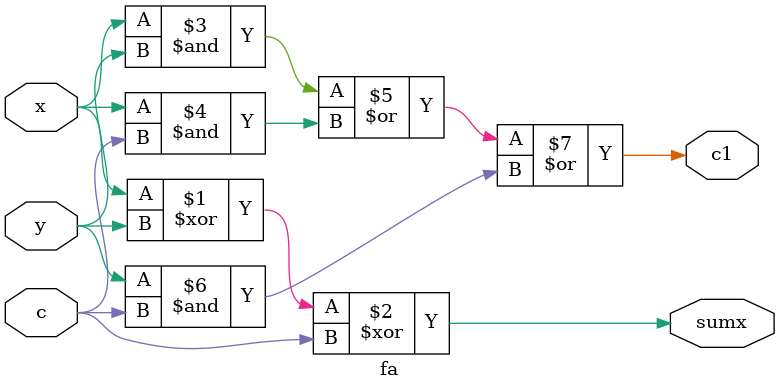
<source format=v>
module top_module( 
    input [99:0] a, b,
    input cin,
    output [99:0] cout,
    output [99:0] sum 
);
    wire [99:0] carry;
    fa fa0 (
        .x(a[0]), .y(b[0]), .c(cin),
        .sumx(sum[0]), .c1(carry[0])
    );
    genvar i;
    generate
        for(i=1; i<100; i=i+1) begin : gen_fa
            fa fa_i (
                .x(a[i]), .y(b[i]), .c(carry[i-1]),
                .sumx(sum[i]), .c1(carry[i])
            );
        end
    endgenerate
    assign cout = carry;
endmodule

module fa(
    input x, y, c,
    output sumx, c1
);
    assign sumx = x ^ y ^ c;
    assign c1   = (x & y) | (x & c) | (y & c);
endmodule

</source>
